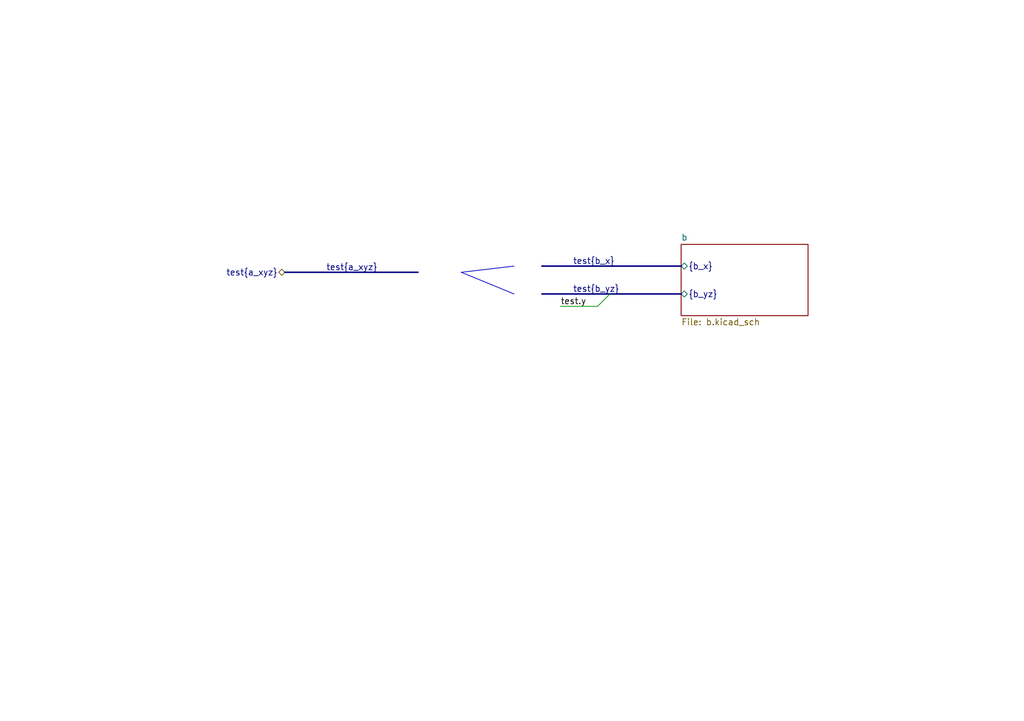
<source format=kicad_sch>
(kicad_sch (version 20230121) (generator eeschema)
  (paper "A5")
  (lib_symbols)
  (bus_entry (at 125.095 60.325) (size -2.54 2.54))
  (polyline (pts (xy 94.615 55.88) (xy 94.615 55.88)))
  (polyline (pts (xy 105.41 54.61) (xy 94.615 55.88)))
  (wire (pts (xy 122.555 62.865) (xy 114.935 62.865)))
  (polyline (pts (xy 94.615 55.88) (xy 105.41 60.325)))
  (bus (pts (xy 111.125 54.61) (xy 139.7 54.61)))
  (polyline (pts (xy 94.615 55.88) (xy 94.615 55.88)))
  (bus (pts (xy 111.125 60.325) (xy 125.095 60.325)))
  (bus (pts (xy 58.42 55.88) (xy 85.725 55.88)))
  (bus (pts (xy 125.095 60.325) (xy 139.7 60.325)))
  (label "test{b_x}" (at 117.475 54.61 0))
  (label "test.y" (at 114.935 62.865 0))
  (label "test{b_yz}" (at 117.475 60.325 0))
  (label "test{a_xyz}" (at 77.47 55.88 180))
  (hierarchical_label "test{a_xyz}" (shape bidirectional) (at 58.42 55.88 180))
  (sheet (at 139.7 50.165) (size 26.035 14.605) (stroke (width 0.1524))
    (property "Sheetname" "b" (at 139.7 49.4534 0) (effects (justify left bottom)))
    (property "Sheetfile" "b.kicad_sch" (at 139.7 65.3546 0) (effects (justify left top)))
    (pin "{b_yz}" bidirectional (at 139.7 60.325 180))
    (pin "{b_x}" bidirectional (at 139.7 54.61 180))
  )
)
</source>
